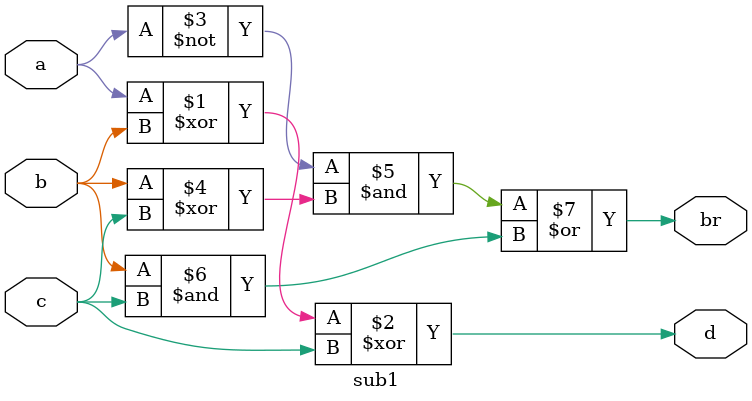
<source format=v>
module sub1( a, b, c, d, br);
input a, b, c;
output d, br;
assign d= a ^ b ^ c;
assign br=(( ~a)& (b ^ c)) | (b & c);
endmodule
</source>
